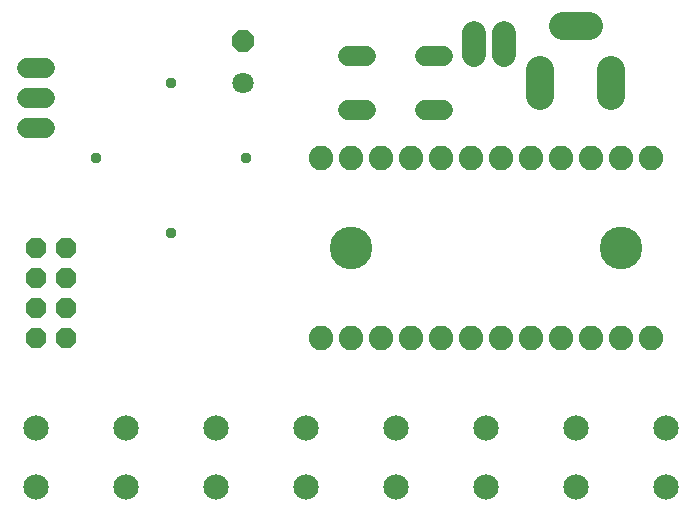
<source format=gbr>
G04 EAGLE Gerber RS-274X export*
G75*
%MOMM*%
%FSLAX34Y34*%
%LPD*%
%INSoldermask Bottom*%
%IPPOS*%
%AMOC8*
5,1,8,0,0,1.08239X$1,22.5*%
G01*
%ADD10C,3.606800*%
%ADD11C,2.146300*%
%ADD12C,2.082800*%
%ADD13P,1.869504X8X112.500000*%
%ADD14C,1.727200*%
%ADD15C,2.387600*%
%ADD16P,1.951982X8X112.500000*%
%ADD17C,1.803400*%
%ADD18C,2.003200*%
%ADD19C,0.959600*%


D10*
X355600Y241300D03*
X584200Y241300D03*
D11*
X88900Y88900D03*
X88900Y38862D03*
X165100Y88900D03*
X165100Y38862D03*
X241300Y88900D03*
X241300Y38862D03*
X317500Y88900D03*
X317500Y38862D03*
X393700Y88900D03*
X393700Y38862D03*
X469900Y88900D03*
X469900Y38862D03*
X546100Y88900D03*
X546100Y38862D03*
X622300Y88900D03*
X622300Y38862D03*
D12*
X609600Y317500D03*
X584200Y317500D03*
X558800Y317500D03*
X533400Y317500D03*
X508000Y317500D03*
X482600Y317500D03*
X457200Y317500D03*
X431800Y317500D03*
X406400Y317500D03*
X381000Y317500D03*
X355600Y317500D03*
X330200Y317500D03*
X330200Y165100D03*
X355600Y165100D03*
X381000Y165100D03*
X406400Y165100D03*
X431800Y165100D03*
X457200Y165100D03*
X482600Y165100D03*
X508000Y165100D03*
X533400Y165100D03*
X558800Y165100D03*
X584200Y165100D03*
X609600Y165100D03*
D13*
X88900Y165100D03*
X88900Y190500D03*
X88900Y215900D03*
X88900Y241300D03*
X114300Y165100D03*
X114300Y190500D03*
X114300Y215900D03*
X114300Y241300D03*
D14*
X353568Y403606D02*
X368808Y403606D01*
X368808Y358394D02*
X353568Y358394D01*
X418592Y403606D02*
X433832Y403606D01*
X433832Y358394D02*
X418592Y358394D01*
D15*
X535178Y429000D02*
X557022Y429000D01*
X576100Y391922D02*
X576100Y370078D01*
X516100Y370078D02*
X516100Y391922D01*
D14*
X96520Y342900D02*
X81280Y342900D01*
X81280Y368300D02*
X96520Y368300D01*
X96520Y393700D02*
X81280Y393700D01*
D16*
X264160Y416560D03*
D17*
X264160Y381000D03*
D18*
X485140Y405020D02*
X485140Y423020D01*
X459740Y423020D02*
X459740Y405020D01*
D19*
X203200Y381000D03*
X266700Y317500D03*
X139700Y317500D03*
X203200Y254000D03*
M02*

</source>
